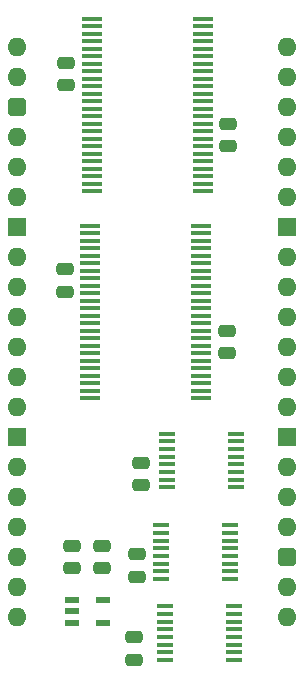
<source format=gts>
%TF.GenerationSoftware,KiCad,Pcbnew,8.0.7*%
%TF.CreationDate,2025-01-05T17:13:02+02:00*%
%TF.ProjectId,SD Card Read Function,53442043-6172-4642-9052-656164204675,V1*%
%TF.SameCoordinates,Original*%
%TF.FileFunction,Soldermask,Top*%
%TF.FilePolarity,Negative*%
%FSLAX46Y46*%
G04 Gerber Fmt 4.6, Leading zero omitted, Abs format (unit mm)*
G04 Created by KiCad (PCBNEW 8.0.7) date 2025-01-05 17:13:02*
%MOMM*%
%LPD*%
G01*
G04 APERTURE LIST*
G04 Aperture macros list*
%AMRoundRect*
0 Rectangle with rounded corners*
0 $1 Rounding radius*
0 $2 $3 $4 $5 $6 $7 $8 $9 X,Y pos of 4 corners*
0 Add a 4 corners polygon primitive as box body*
4,1,4,$2,$3,$4,$5,$6,$7,$8,$9,$2,$3,0*
0 Add four circle primitives for the rounded corners*
1,1,$1+$1,$2,$3*
1,1,$1+$1,$4,$5*
1,1,$1+$1,$6,$7*
1,1,$1+$1,$8,$9*
0 Add four rect primitives between the rounded corners*
20,1,$1+$1,$2,$3,$4,$5,0*
20,1,$1+$1,$4,$5,$6,$7,0*
20,1,$1+$1,$6,$7,$8,$9,0*
20,1,$1+$1,$8,$9,$2,$3,0*%
G04 Aperture macros list end*
%ADD10R,1.150000X0.600000*%
%ADD11R,1.450000X0.450000*%
%ADD12RoundRect,0.250000X0.475000X-0.250000X0.475000X0.250000X-0.475000X0.250000X-0.475000X-0.250000X0*%
%ADD13R,1.800000X0.430000*%
%ADD14RoundRect,0.250000X-0.475000X0.250000X-0.475000X-0.250000X0.475000X-0.250000X0.475000X0.250000X0*%
%ADD15O,1.600000X1.600000*%
%ADD16RoundRect,0.400000X-0.400000X-0.400000X0.400000X-0.400000X0.400000X0.400000X-0.400000X0.400000X0*%
%ADD17R,1.600000X1.600000*%
G04 APERTURE END LIST*
D10*
%TO.C,IC36*%
X4669000Y-46802000D03*
X4669000Y-47752000D03*
X4669000Y-48702000D03*
X7269000Y-48702000D03*
X7269000Y-46802000D03*
%TD*%
D11*
%TO.C,IC3*%
X18423001Y-51876001D03*
X18423001Y-51226001D03*
X18423001Y-50576001D03*
X18423001Y-49926001D03*
X18423001Y-49276001D03*
X18423001Y-48626001D03*
X18423001Y-47976001D03*
X18423001Y-47326001D03*
X12573001Y-47326001D03*
X12573001Y-47976001D03*
X12573001Y-48626001D03*
X12573001Y-49276001D03*
X12573001Y-49926001D03*
X12573001Y-50576001D03*
X12573001Y-51226001D03*
X12573001Y-51876001D03*
%TD*%
D12*
%TO.C,C42*%
X7239000Y-44114000D03*
X7239000Y-42214000D03*
%TD*%
D13*
%TO.C,IC2*%
X15623001Y-29710344D03*
X15623001Y-29076344D03*
X15623001Y-28440344D03*
X15623000Y-27806344D03*
X15623000Y-27170344D03*
X15623001Y-26536344D03*
X15623001Y-25900344D03*
X15623001Y-25266344D03*
X15623001Y-24630344D03*
X15623000Y-23996344D03*
X15623001Y-23360344D03*
X15623001Y-22726344D03*
X15623001Y-22090344D03*
X15623001Y-21456344D03*
X15623000Y-20820344D03*
X15623001Y-20186344D03*
X15623001Y-19550344D03*
X15623001Y-18916344D03*
X15623001Y-18280344D03*
X15623000Y-17646344D03*
X15623000Y-17010344D03*
X15623001Y-16376344D03*
X15623001Y-15740344D03*
X15623001Y-15106344D03*
X6223001Y-15106344D03*
X6223001Y-15740344D03*
X6223001Y-16376344D03*
X6223002Y-17010344D03*
X6223002Y-17646344D03*
X6223001Y-18280344D03*
X6223001Y-18916344D03*
X6223001Y-19550344D03*
X6223001Y-20186344D03*
X6223002Y-20820344D03*
X6223001Y-21456344D03*
X6223001Y-22090344D03*
X6223001Y-22726344D03*
X6223001Y-23360344D03*
X6223002Y-23996344D03*
X6223001Y-24630344D03*
X6223001Y-25266344D03*
X6223001Y-25900344D03*
X6223001Y-26536344D03*
X6223002Y-27170344D03*
X6223002Y-27806344D03*
X6223001Y-28440344D03*
X6223001Y-29076344D03*
X6223001Y-29710344D03*
%TD*%
D11*
%TO.C,IC4*%
X18038000Y-45018001D03*
X18038000Y-44368001D03*
X18038000Y-43718001D03*
X18038000Y-43068001D03*
X18038000Y-42418001D03*
X18038000Y-41768001D03*
X18038000Y-41118001D03*
X18038000Y-40468001D03*
X12188000Y-40468001D03*
X12188000Y-41118001D03*
X12188000Y-41768001D03*
X12188000Y-42418001D03*
X12188000Y-43068001D03*
X12188000Y-43718001D03*
X12188000Y-44368001D03*
X12188000Y-45018001D03*
%TD*%
D13*
%TO.C,IC6*%
X15749000Y-12184344D03*
X15749000Y-11550344D03*
X15749000Y-10914344D03*
X15748999Y-10280344D03*
X15748999Y-9644344D03*
X15749000Y-9010344D03*
X15749000Y-8374344D03*
X15749000Y-7740344D03*
X15749000Y-7104344D03*
X15748999Y-6470344D03*
X15749000Y-5834344D03*
X15749000Y-5200344D03*
X15749000Y-4564344D03*
X15749000Y-3930344D03*
X15748999Y-3294344D03*
X15749000Y-2660344D03*
X15749000Y-2024344D03*
X15749000Y-1390344D03*
X15749000Y-754344D03*
X15748999Y-120344D03*
X15748999Y515656D03*
X15749000Y1149656D03*
X15749000Y1785656D03*
X15749000Y2419656D03*
X6349000Y2419656D03*
X6349000Y1785656D03*
X6349000Y1149656D03*
X6349001Y515656D03*
X6349001Y-120344D03*
X6349000Y-754344D03*
X6349000Y-1390344D03*
X6349000Y-2024344D03*
X6349000Y-2660344D03*
X6349001Y-3294344D03*
X6349000Y-3930344D03*
X6349000Y-4564344D03*
X6349000Y-5200344D03*
X6349000Y-5834344D03*
X6349001Y-6470344D03*
X6349000Y-7104344D03*
X6349000Y-7740344D03*
X6349000Y-8374344D03*
X6349000Y-9010344D03*
X6349001Y-9644344D03*
X6349001Y-10280344D03*
X6349000Y-10914344D03*
X6349000Y-11550344D03*
X6349000Y-12184344D03*
%TD*%
D14*
%TO.C,C5*%
X4064000Y-18807343D03*
X4064000Y-20707343D03*
%TD*%
%TO.C,C7*%
X4191000Y-1326344D03*
X4191000Y-3226344D03*
%TD*%
D15*
%TO.C,J7*%
X0Y0D03*
X0Y-2540000D03*
D16*
X0Y-5080000D03*
D15*
X0Y-7620000D03*
X0Y-10160000D03*
X0Y-12700000D03*
D17*
X0Y-15240000D03*
D15*
X0Y-17780000D03*
X0Y-20320000D03*
X0Y-22860000D03*
X0Y-25400000D03*
X0Y-27940000D03*
X0Y-30480000D03*
D17*
X0Y-33020000D03*
D15*
X0Y-35560000D03*
X0Y-38100000D03*
X0Y-40640000D03*
X0Y-43180000D03*
X0Y-45720000D03*
X0Y-48260000D03*
X22860000Y-48260000D03*
X22860000Y-45720000D03*
D16*
X22860000Y-43180000D03*
D15*
X22860000Y-40640000D03*
X22860000Y-38100000D03*
X22860000Y-35560000D03*
D17*
X22860000Y-33020000D03*
D15*
X22860000Y-30480000D03*
X22860000Y-27940000D03*
X22860000Y-25400000D03*
X22860000Y-22860000D03*
X22860000Y-20320000D03*
X22860000Y-17780000D03*
D17*
X22860000Y-15240000D03*
D15*
X22860000Y-12700000D03*
X22860000Y-10160000D03*
X22860000Y-7620000D03*
X22860000Y-5080000D03*
X22860000Y-2540000D03*
X22860000Y0D03*
%TD*%
D12*
%TO.C,C4*%
X17780000Y-25882343D03*
X17780000Y-23982343D03*
%TD*%
%TO.C,C3*%
X9906000Y-51861000D03*
X9906000Y-49961000D03*
%TD*%
%TO.C,C2*%
X10541000Y-37065979D03*
X10541000Y-35165979D03*
%TD*%
%TO.C,C1*%
X10160000Y-44820001D03*
X10160000Y-42920001D03*
%TD*%
D11*
%TO.C,IC5*%
X18546000Y-37263979D03*
X18546000Y-36613979D03*
X18546000Y-35963979D03*
X18546000Y-35313979D03*
X18546000Y-34663979D03*
X18546000Y-34013979D03*
X18546000Y-33363979D03*
X18546000Y-32713979D03*
X12696000Y-32713979D03*
X12696000Y-33363979D03*
X12696000Y-34013979D03*
X12696000Y-34663979D03*
X12696000Y-35313979D03*
X12696000Y-35963979D03*
X12696000Y-36613979D03*
X12696000Y-37263979D03*
%TD*%
D12*
%TO.C,C6*%
X17907000Y-8356343D03*
X17907000Y-6456343D03*
%TD*%
%TO.C,C41*%
X4699000Y-44114000D03*
X4699000Y-42214000D03*
%TD*%
M02*

</source>
